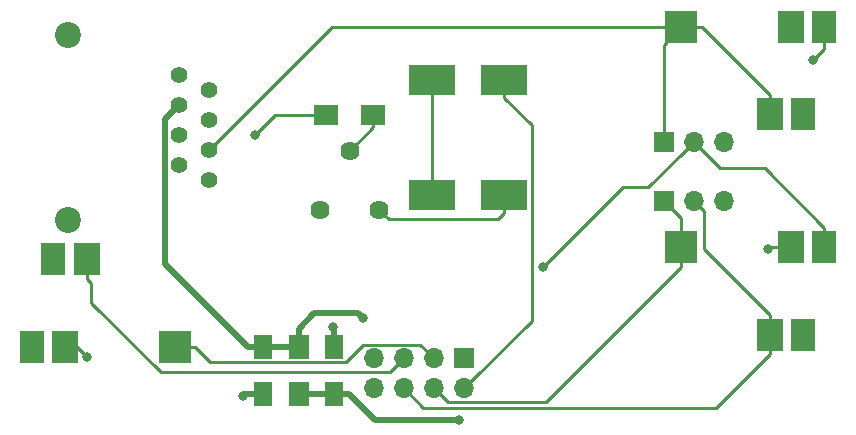
<source format=gbr>
G04 #@! TF.GenerationSoftware,KiCad,Pcbnew,5.1.5-52549c5~86~ubuntu18.04.1*
G04 #@! TF.CreationDate,2020-05-17T18:14:26-04:00*
G04 #@! TF.ProjectId,ft-891-Audio_Interface,66742d38-3931-42d4-9175-64696f5f496e,rev?*
G04 #@! TF.SameCoordinates,Original*
G04 #@! TF.FileFunction,Copper,L1,Top*
G04 #@! TF.FilePolarity,Positive*
%FSLAX46Y46*%
G04 Gerber Fmt 4.6, Leading zero omitted, Abs format (unit mm)*
G04 Created by KiCad (PCBNEW 5.1.5-52549c5~86~ubuntu18.04.1) date 2020-05-17 18:14:26*
%MOMM*%
%LPD*%
G04 APERTURE LIST*
%ADD10R,1.700000X1.700000*%
%ADD11O,1.700000X1.700000*%
%ADD12C,2.200000*%
%ADD13C,1.400000*%
%ADD14R,2.800000X2.800000*%
%ADD15R,2.200000X2.800000*%
%ADD16R,2.000000X2.800000*%
%ADD17C,1.620000*%
%ADD18R,2.000000X1.700000*%
%ADD19R,1.700000X2.000000*%
%ADD20R,4.000000X2.500000*%
%ADD21R,1.600000X2.000000*%
%ADD22C,0.800000*%
%ADD23C,0.250000*%
%ADD24C,0.508000*%
%ADD25C,0.254000*%
G04 APERTURE END LIST*
D10*
X149165200Y-101554000D03*
D11*
X151705200Y-101554000D03*
X154245200Y-101554000D03*
D10*
X132219200Y-114920000D03*
D11*
X132219200Y-117460000D03*
X129679200Y-114920000D03*
X129679200Y-117460000D03*
X127139200Y-114920000D03*
X127139200Y-117460000D03*
X124599200Y-114920000D03*
X124599200Y-117460000D03*
D12*
X98669200Y-87551680D03*
X98669200Y-103161680D03*
D13*
X110609200Y-99801680D03*
X108069200Y-98531680D03*
X110609200Y-97261680D03*
X108069200Y-95991680D03*
X110609200Y-94721680D03*
X108069200Y-93451680D03*
X108069200Y-90911680D03*
X110609200Y-92181680D03*
D14*
X150636760Y-86854000D03*
D15*
X158136760Y-94254000D03*
D16*
X160936760Y-94254000D03*
D15*
X159936760Y-86854000D03*
D16*
X162736760Y-86854000D03*
D14*
X150636760Y-105499680D03*
D15*
X158136760Y-112899680D03*
D16*
X160936760Y-112899680D03*
D15*
X159936760Y-105499680D03*
D16*
X162736760Y-105499680D03*
D14*
X107769200Y-113915680D03*
D15*
X100269200Y-106515680D03*
D16*
X97469200Y-106515680D03*
D15*
X98469200Y-113915680D03*
D16*
X95669200Y-113915680D03*
D17*
X120045200Y-102324000D03*
X122545200Y-97324000D03*
X125045200Y-102324000D03*
D18*
X124545200Y-94324000D03*
X120545200Y-94324000D03*
D19*
X118219200Y-113920000D03*
X118219200Y-117920000D03*
D10*
X149125200Y-96554000D03*
D11*
X151665200Y-96554000D03*
X154205200Y-96554000D03*
D20*
X135622760Y-101071680D03*
X129522760Y-101071680D03*
X135595200Y-91324000D03*
X129495200Y-91324000D03*
D21*
X121219200Y-117920000D03*
X121219200Y-113920000D03*
X115219200Y-113920000D03*
X115219200Y-117920000D03*
D22*
X123682760Y-111485680D03*
X161782760Y-89641680D03*
X157972760Y-105643680D03*
X100314760Y-114787680D03*
X113522760Y-118089680D03*
X121142760Y-112247680D03*
X138922760Y-107167680D03*
X114538760Y-95991680D03*
X131810760Y-120121680D03*
D23*
X162715200Y-87254000D02*
X162715200Y-86854000D01*
D24*
X113911200Y-113920000D02*
X115219200Y-113920000D01*
X106915199Y-106923999D02*
X113911200Y-113920000D01*
X106915199Y-94605681D02*
X106915199Y-106923999D01*
X108069200Y-93451680D02*
X106915199Y-94605681D01*
X115219200Y-113920000D02*
X118219200Y-113920000D01*
X123282761Y-111085681D02*
X119545519Y-111085681D01*
X118219200Y-112412000D02*
X118219200Y-113920000D01*
X119545519Y-111085681D02*
X118219200Y-112412000D01*
X123682760Y-111485680D02*
X123282761Y-111085681D01*
D25*
X162736760Y-86854000D02*
X162736760Y-88687680D01*
X162736760Y-88687680D02*
X161782760Y-89641680D01*
X159936760Y-105499680D02*
X158116760Y-105499680D01*
X158116760Y-105499680D02*
X157972760Y-105643680D01*
X98469200Y-113915680D02*
X99442760Y-113915680D01*
X99442760Y-113915680D02*
X100314760Y-114787680D01*
D24*
X115219200Y-117920000D02*
X113692440Y-117920000D01*
X113692440Y-117920000D02*
X113522760Y-118089680D01*
X121219200Y-113920000D02*
X121219200Y-112324120D01*
X121219200Y-112324120D02*
X121142760Y-112247680D01*
D25*
X162736760Y-103845680D02*
X157676760Y-98785680D01*
X162736760Y-105499680D02*
X162736760Y-103845680D01*
X153896880Y-98785680D02*
X151665200Y-96554000D01*
X157676760Y-98785680D02*
X153896880Y-98785680D01*
X150815201Y-97403999D02*
X151665200Y-96554000D01*
X147842201Y-100376999D02*
X150815201Y-97403999D01*
X145713441Y-100376999D02*
X147842201Y-100376999D01*
X138922760Y-107167680D02*
X145713441Y-100376999D01*
X129522760Y-91351560D02*
X129495200Y-91324000D01*
X129522760Y-101071680D02*
X129522760Y-91351560D01*
X135622760Y-102575680D02*
X135622760Y-101071680D01*
X135064441Y-103133999D02*
X135622760Y-102575680D01*
X125855199Y-103133999D02*
X135064441Y-103133999D01*
X125045200Y-102324000D02*
X125855199Y-103133999D01*
D23*
X150415200Y-87054000D02*
X150615200Y-86854000D01*
D25*
X152290760Y-86854000D02*
X150636760Y-86854000D01*
X158136760Y-92600000D02*
X152390760Y-86854000D01*
X152390760Y-86854000D02*
X152290760Y-86854000D01*
X158136760Y-94254000D02*
X158136760Y-92600000D01*
X149125200Y-88365560D02*
X150636760Y-86854000D01*
X149125200Y-96554000D02*
X149125200Y-88365560D01*
X121016880Y-86854000D02*
X110609200Y-97261680D01*
X150636760Y-86854000D02*
X121016880Y-86854000D01*
X116206440Y-94324000D02*
X120545200Y-94324000D01*
X114538760Y-95991680D02*
X116206440Y-94324000D01*
X109423200Y-113915680D02*
X107769200Y-113915680D01*
X110754521Y-115247001D02*
X109423200Y-113915680D01*
X122207439Y-115247001D02*
X110754521Y-115247001D01*
X123711441Y-113742999D02*
X122207439Y-115247001D01*
X128502199Y-113742999D02*
X123711441Y-113742999D01*
X129679200Y-114920000D02*
X128502199Y-113742999D01*
X100269200Y-108169680D02*
X100269200Y-106515680D01*
X100646201Y-108546681D02*
X100269200Y-108169680D01*
X106561919Y-116097001D02*
X100646201Y-110181283D01*
X100646201Y-110181283D02*
X100646201Y-108546681D01*
X125962199Y-116097001D02*
X106561919Y-116097001D01*
X127139200Y-114920000D02*
X125962199Y-116097001D01*
D23*
X124545200Y-95324000D02*
X124545200Y-94324000D01*
X122545200Y-97324000D02*
X124545200Y-95324000D01*
X136345200Y-91324000D02*
X135595200Y-91324000D01*
D25*
X133069199Y-116610001D02*
X132219200Y-117460000D01*
X137949761Y-111729439D02*
X133069199Y-116610001D01*
X137949761Y-95182561D02*
X137949761Y-111729439D01*
X135595200Y-92828000D02*
X137949761Y-95182561D01*
X135595200Y-91324000D02*
X135595200Y-92828000D01*
D24*
X118219200Y-117920000D02*
X121219200Y-117920000D01*
X124728880Y-120121680D02*
X131810760Y-120121680D01*
X121219200Y-117920000D02*
X122527200Y-117920000D01*
X122527200Y-117920000D02*
X124728880Y-120121680D01*
D25*
X150636760Y-103025560D02*
X149165200Y-101554000D01*
X150636760Y-105499680D02*
X150636760Y-103025560D01*
X150636760Y-107153680D02*
X150636760Y-105499680D01*
X130856201Y-118637001D02*
X139153439Y-118637001D01*
X139153439Y-118637001D02*
X150636760Y-107153680D01*
X129679200Y-117460000D02*
X130856201Y-118637001D01*
X152555199Y-105664119D02*
X152555199Y-102403999D01*
X152555199Y-102403999D02*
X151705200Y-101554000D01*
X158136760Y-111245680D02*
X152555199Y-105664119D01*
X158136760Y-112899680D02*
X158136760Y-111245680D01*
X158136760Y-114553680D02*
X158136760Y-112899680D01*
X153599427Y-119091013D02*
X158136760Y-114553680D01*
X128770214Y-119091013D02*
X153599427Y-119091013D01*
X127139200Y-117460000D02*
X128770214Y-119091013D01*
M02*

</source>
